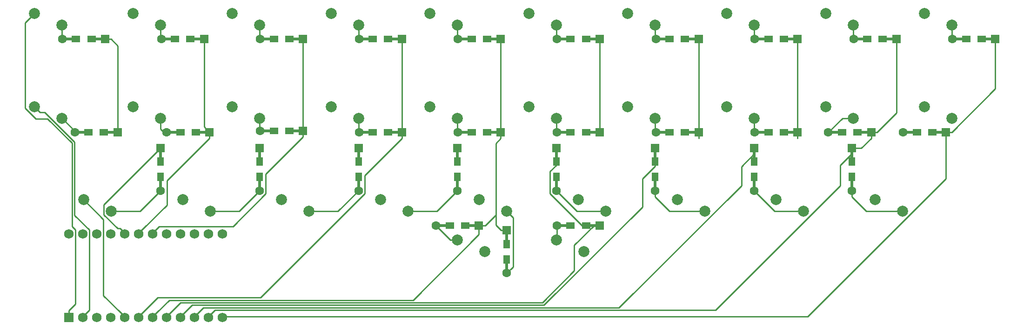
<source format=gbr>
G04 #@! TF.GenerationSoftware,KiCad,Pcbnew,(5.1.4)-1*
G04 #@! TF.CreationDate,2021-07-28T13:43:45-07:00*
G04 #@! TF.ProjectId,pcbtesting,70636274-6573-4746-996e-672e6b696361,rev?*
G04 #@! TF.SameCoordinates,Original*
G04 #@! TF.FileFunction,Copper,L2,Bot*
G04 #@! TF.FilePolarity,Positive*
%FSLAX46Y46*%
G04 Gerber Fmt 4.6, Leading zero omitted, Abs format (unit mm)*
G04 Created by KiCad (PCBNEW (5.1.4)-1) date 2021-07-28 13:43:45*
%MOMM*%
%LPD*%
G04 APERTURE LIST*
%ADD10R,1.752600X1.752600*%
%ADD11C,1.752600*%
%ADD12C,2.000000*%
%ADD13R,1.600000X1.600000*%
%ADD14C,1.600000*%
%ADD15R,2.900000X0.500000*%
%ADD16R,1.600000X1.200000*%
%ADD17R,0.500000X2.900000*%
%ADD18R,1.200000X1.600000*%
%ADD19C,0.254000*%
G04 APERTURE END LIST*
D10*
X24280000Y-81740000D03*
D11*
X26820000Y-81740000D03*
X29360000Y-81740000D03*
X31900000Y-81740000D03*
X34440000Y-81740000D03*
X36980000Y-81740000D03*
X39520000Y-81740000D03*
X42060000Y-81740000D03*
X44600000Y-81740000D03*
X47140000Y-81740000D03*
X49680000Y-81740000D03*
X52220000Y-66500000D03*
X49680000Y-66500000D03*
X47140000Y-66500000D03*
X44600000Y-66500000D03*
X42060000Y-66500000D03*
X39520000Y-66500000D03*
X36980000Y-66500000D03*
X34440000Y-66500000D03*
X31900000Y-66500000D03*
X29360000Y-66500000D03*
X26820000Y-66500000D03*
X52220000Y-81740000D03*
X24280000Y-66500000D03*
D12*
X95000000Y-67600000D03*
X100000000Y-69700000D03*
X140000000Y-62400000D03*
X135000000Y-60300000D03*
X68000000Y-62400000D03*
X63000000Y-60300000D03*
X50000000Y-62400000D03*
X45000000Y-60300000D03*
X23000000Y-45400000D03*
X18000000Y-43300000D03*
X167000000Y-28400000D03*
X162000000Y-26300000D03*
X185000000Y-45400000D03*
X180000000Y-43300000D03*
X185000000Y-28400000D03*
X180000000Y-26300000D03*
X176000000Y-62400000D03*
X171000000Y-60300000D03*
X167000000Y-45400000D03*
X162000000Y-43300000D03*
X158000000Y-62400000D03*
X153000000Y-60300000D03*
X149000000Y-45400000D03*
X144000000Y-43300000D03*
X149000000Y-28400000D03*
X144000000Y-26300000D03*
X131000000Y-45400000D03*
X126000000Y-43300000D03*
X131000000Y-28400000D03*
X126000000Y-26300000D03*
X113000000Y-67600000D03*
X118000000Y-69700000D03*
X122000000Y-62400000D03*
X117000000Y-60300000D03*
X113000000Y-45400000D03*
X108000000Y-43300000D03*
X113000000Y-28400000D03*
X108000000Y-26300000D03*
X104000000Y-62400000D03*
X99000000Y-60300000D03*
X95000000Y-45400000D03*
X90000000Y-43300000D03*
X95000000Y-28400000D03*
X90000000Y-26300000D03*
X86000000Y-62400000D03*
X81000000Y-60300000D03*
X77000000Y-45400000D03*
X72000000Y-43300000D03*
X77000000Y-28400000D03*
X72000000Y-26300000D03*
X59000000Y-45400000D03*
X54000000Y-43300000D03*
X59000000Y-28400000D03*
X54000000Y-26300000D03*
X41000000Y-45400000D03*
X36000000Y-43300000D03*
X41000000Y-28400000D03*
X36000000Y-26300000D03*
X32000000Y-62400000D03*
X27000000Y-60300000D03*
X23000000Y-28400000D03*
X18000000Y-26300000D03*
D13*
X183900000Y-48000000D03*
D14*
X176100000Y-48000000D03*
D15*
X182500000Y-48000000D03*
D16*
X181400000Y-48000000D03*
X178600000Y-48000000D03*
D15*
X177500000Y-48000000D03*
D13*
X192900000Y-31000000D03*
D14*
X185100000Y-31000000D03*
D15*
X191500000Y-31000000D03*
D16*
X190400000Y-31000000D03*
X187600000Y-31000000D03*
D15*
X186500000Y-31000000D03*
D13*
X166750000Y-50850000D03*
D14*
X166750000Y-58650000D03*
D17*
X166750000Y-52250000D03*
D18*
X166750000Y-53350000D03*
X166750000Y-56150000D03*
D17*
X166750000Y-57250000D03*
D13*
X170300000Y-48000000D03*
D14*
X162500000Y-48000000D03*
D15*
X168900000Y-48000000D03*
D16*
X167800000Y-48000000D03*
X165000000Y-48000000D03*
D15*
X163900000Y-48000000D03*
D13*
X174900000Y-31000000D03*
D14*
X167100000Y-31000000D03*
D15*
X173500000Y-31000000D03*
D16*
X172400000Y-31000000D03*
X169600000Y-31000000D03*
D15*
X168500000Y-31000000D03*
D13*
X149000000Y-50850000D03*
D14*
X149000000Y-58650000D03*
D17*
X149000000Y-52250000D03*
D18*
X149000000Y-53350000D03*
X149000000Y-56150000D03*
D17*
X149000000Y-57250000D03*
D13*
X156900000Y-48000000D03*
D14*
X149100000Y-48000000D03*
D15*
X155500000Y-48000000D03*
D16*
X154400000Y-48000000D03*
X151600000Y-48000000D03*
D15*
X150500000Y-48000000D03*
D13*
X156900000Y-31000000D03*
D14*
X149100000Y-31000000D03*
D15*
X155500000Y-31000000D03*
D16*
X154400000Y-31000000D03*
X151600000Y-31000000D03*
D15*
X150500000Y-31000000D03*
D13*
X131000000Y-50850000D03*
D14*
X131000000Y-58650000D03*
D17*
X131000000Y-52250000D03*
D18*
X131000000Y-53350000D03*
X131000000Y-56150000D03*
D17*
X131000000Y-57250000D03*
D13*
X138900000Y-48000000D03*
D14*
X131100000Y-48000000D03*
D15*
X137500000Y-48000000D03*
D16*
X136400000Y-48000000D03*
X133600000Y-48000000D03*
D15*
X132500000Y-48000000D03*
D13*
X138900000Y-31000000D03*
D14*
X131100000Y-31000000D03*
D15*
X137500000Y-31000000D03*
D16*
X136400000Y-31000000D03*
X133600000Y-31000000D03*
D15*
X132500000Y-31000000D03*
D13*
X120900000Y-65000000D03*
D14*
X113100000Y-65000000D03*
D15*
X119500000Y-65000000D03*
D16*
X118400000Y-65000000D03*
X115600000Y-65000000D03*
D15*
X114500000Y-65000000D03*
D13*
X113000000Y-50850000D03*
D14*
X113000000Y-58650000D03*
D17*
X113000000Y-52250000D03*
D18*
X113000000Y-53350000D03*
X113000000Y-56150000D03*
D17*
X113000000Y-57250000D03*
D13*
X120900000Y-48000000D03*
D14*
X113100000Y-48000000D03*
D15*
X119500000Y-48000000D03*
D16*
X118400000Y-48000000D03*
X115600000Y-48000000D03*
D15*
X114500000Y-48000000D03*
D13*
X120900000Y-31000000D03*
D14*
X113100000Y-31000000D03*
D15*
X119500000Y-31000000D03*
D16*
X118400000Y-31000000D03*
X115600000Y-31000000D03*
D15*
X114500000Y-31000000D03*
D13*
X98900000Y-65000000D03*
D14*
X91100000Y-65000000D03*
D15*
X97500000Y-65000000D03*
D16*
X96400000Y-65000000D03*
X93600000Y-65000000D03*
D15*
X92500000Y-65000000D03*
D13*
X104000000Y-65850000D03*
D14*
X104000000Y-73650000D03*
D17*
X104000000Y-67250000D03*
D18*
X104000000Y-68350000D03*
X104000000Y-71150000D03*
D17*
X104000000Y-72250000D03*
D13*
X102900000Y-48000000D03*
D14*
X95100000Y-48000000D03*
D15*
X101500000Y-48000000D03*
D16*
X100400000Y-48000000D03*
X97600000Y-48000000D03*
D15*
X96500000Y-48000000D03*
D13*
X102900000Y-31000000D03*
D14*
X95100000Y-31000000D03*
D15*
X101500000Y-31000000D03*
D16*
X100400000Y-31000000D03*
X97600000Y-31000000D03*
D15*
X96500000Y-31000000D03*
D13*
X95000000Y-50850000D03*
D14*
X95000000Y-58650000D03*
D17*
X95000000Y-52250000D03*
D18*
X95000000Y-53350000D03*
X95000000Y-56150000D03*
D17*
X95000000Y-57250000D03*
D13*
X84900000Y-48000000D03*
D14*
X77100000Y-48000000D03*
D15*
X83500000Y-48000000D03*
D16*
X82400000Y-48000000D03*
X79600000Y-48000000D03*
D15*
X78500000Y-48000000D03*
D13*
X84900000Y-31000000D03*
D14*
X77100000Y-31000000D03*
D15*
X83500000Y-31000000D03*
D16*
X82400000Y-31000000D03*
X79600000Y-31000000D03*
D15*
X78500000Y-31000000D03*
D13*
X77000000Y-50850000D03*
D14*
X77000000Y-58650000D03*
D17*
X77000000Y-52250000D03*
D18*
X77000000Y-53350000D03*
X77000000Y-56150000D03*
D17*
X77000000Y-57250000D03*
D13*
X66900000Y-47750000D03*
D14*
X59100000Y-47750000D03*
D15*
X65500000Y-47750000D03*
D16*
X64400000Y-47750000D03*
X61600000Y-47750000D03*
D15*
X60500000Y-47750000D03*
D13*
X66900000Y-31000000D03*
D14*
X59100000Y-31000000D03*
D15*
X65500000Y-31000000D03*
D16*
X64400000Y-31000000D03*
X61600000Y-31000000D03*
D15*
X60500000Y-31000000D03*
D13*
X59000000Y-50850000D03*
D14*
X59000000Y-58650000D03*
D17*
X59000000Y-52250000D03*
D18*
X59000000Y-53350000D03*
X59000000Y-56150000D03*
D17*
X59000000Y-57250000D03*
D13*
X49900000Y-48000000D03*
D14*
X42100000Y-48000000D03*
D15*
X48500000Y-48000000D03*
D16*
X47400000Y-48000000D03*
X44600000Y-48000000D03*
D15*
X43500000Y-48000000D03*
D13*
X48900000Y-31000000D03*
D14*
X41100000Y-31000000D03*
D15*
X47500000Y-31000000D03*
D16*
X46400000Y-31000000D03*
X43600000Y-31000000D03*
D15*
X42500000Y-31000000D03*
D13*
X41000000Y-50850000D03*
D14*
X41000000Y-58650000D03*
D17*
X41000000Y-52250000D03*
D18*
X41000000Y-53350000D03*
X41000000Y-56150000D03*
D17*
X41000000Y-57250000D03*
D13*
X33150000Y-48000000D03*
D14*
X25350000Y-48000000D03*
D15*
X31750000Y-48000000D03*
D16*
X30650000Y-48000000D03*
X27850000Y-48000000D03*
D15*
X26750000Y-48000000D03*
D13*
X30900000Y-31000000D03*
D14*
X23100000Y-31000000D03*
D15*
X29500000Y-31000000D03*
D16*
X28400000Y-31000000D03*
X25600000Y-31000000D03*
D15*
X24500000Y-31000000D03*
D19*
X31954000Y-31000000D02*
X30900000Y-31000000D01*
X33150000Y-32196000D02*
X31954000Y-31000000D01*
X33150000Y-48000000D02*
X33150000Y-32196000D01*
X41000000Y-50850000D02*
X41000000Y-51904000D01*
X33563701Y-65503701D02*
X34440000Y-66380000D01*
X33139739Y-65503701D02*
X33563701Y-65503701D01*
X30672999Y-63036961D02*
X33139739Y-65503701D01*
X30672999Y-61177001D02*
X30672999Y-63036961D01*
X41000000Y-50850000D02*
X30672999Y-61177001D01*
X24280000Y-80489700D02*
X24280000Y-81620000D01*
X25483301Y-65802415D02*
X25483301Y-79286399D01*
X24857585Y-65176699D02*
X25483301Y-65802415D01*
X24857585Y-49943975D02*
X24857585Y-65176699D01*
X20413610Y-45500000D02*
X24857585Y-49943975D01*
X18236038Y-45500000D02*
X20413610Y-45500000D01*
X16322999Y-43586961D02*
X18236038Y-45500000D01*
X16322999Y-27977001D02*
X16322999Y-43586961D01*
X25483301Y-79286399D02*
X24280000Y-80489700D01*
X18000000Y-26300000D02*
X16322999Y-27977001D01*
X28023301Y-80416699D02*
X27696299Y-80743701D01*
X28023301Y-65802415D02*
X28023301Y-80416699D01*
X25322999Y-63102113D02*
X28023301Y-65802415D01*
X25322999Y-49767322D02*
X25322999Y-63102113D01*
X27696299Y-80743701D02*
X26820000Y-81620000D01*
X19855676Y-44299999D02*
X25322999Y-49767322D01*
X18999999Y-44299999D02*
X19855676Y-44299999D01*
X18000000Y-43300000D02*
X18999999Y-44299999D01*
X33563701Y-80743701D02*
X34440000Y-81620000D01*
X30563301Y-77743301D02*
X33563701Y-80743701D01*
X30563301Y-63863301D02*
X30563301Y-77743301D01*
X27000000Y-60300000D02*
X30563301Y-63863301D01*
X48900000Y-47000000D02*
X49900000Y-48000000D01*
X48900000Y-31000000D02*
X48900000Y-47000000D01*
X37856299Y-65503701D02*
X36980000Y-66380000D01*
X42127001Y-61232999D02*
X37856299Y-65503701D01*
X42127001Y-56826999D02*
X42127001Y-61232999D01*
X49900000Y-49054000D02*
X42127001Y-56826999D01*
X49900000Y-48000000D02*
X49900000Y-49054000D01*
X66900000Y-31000000D02*
X66900000Y-47750000D01*
X40396299Y-65503701D02*
X39520000Y-66380000D01*
X40723301Y-65176699D02*
X40396299Y-65503701D01*
X54141263Y-65176699D02*
X40723301Y-65176699D01*
X60127001Y-59190961D02*
X54141263Y-65176699D01*
X60127001Y-55576999D02*
X60127001Y-59190961D01*
X66900000Y-48804000D02*
X60127001Y-55576999D01*
X66900000Y-47750000D02*
X66900000Y-48804000D01*
X84900000Y-32054000D02*
X84900000Y-48000000D01*
X84900000Y-31000000D02*
X84900000Y-32054000D01*
X37856299Y-80743701D02*
X36980000Y-81620000D01*
X40453351Y-78146649D02*
X37856299Y-80743701D01*
X59171313Y-78146649D02*
X40453351Y-78146649D01*
X78127001Y-59190961D02*
X59171313Y-78146649D01*
X78127001Y-55826999D02*
X78127001Y-59190961D01*
X84900000Y-49054000D02*
X78127001Y-55826999D01*
X84900000Y-48000000D02*
X84900000Y-49054000D01*
X102900000Y-31000000D02*
X102900000Y-48000000D01*
X101972999Y-49981001D02*
X101972999Y-63018999D01*
X102900000Y-49054000D02*
X101972999Y-49981001D01*
X102900000Y-48000000D02*
X102900000Y-49054000D01*
X102946000Y-65850000D02*
X102000000Y-64904000D01*
X104000000Y-65850000D02*
X102946000Y-65850000D01*
X102000000Y-63046000D02*
X101972999Y-63018999D01*
X102000000Y-64904000D02*
X102000000Y-63046000D01*
X100046000Y-65000000D02*
X98900000Y-65000000D01*
X102000000Y-63046000D02*
X100046000Y-65000000D01*
X40396299Y-80743701D02*
X39520000Y-81620000D01*
X42539341Y-78600659D02*
X40396299Y-80743701D01*
X86935379Y-78600659D02*
X42539341Y-78600659D01*
X98900000Y-66636038D02*
X86935379Y-78600659D01*
X98900000Y-65000000D02*
X98900000Y-66636038D01*
X120900000Y-32054000D02*
X120900000Y-48000000D01*
X120900000Y-31000000D02*
X120900000Y-32054000D01*
X113000000Y-53954000D02*
X113000000Y-52250000D01*
X111872999Y-55081001D02*
X113000000Y-53954000D01*
X111872999Y-59190961D02*
X111872999Y-55081001D01*
X117682038Y-65000000D02*
X111872999Y-59190961D01*
X119500000Y-65000000D02*
X117682038Y-65000000D01*
X42936299Y-80743701D02*
X42060000Y-81620000D01*
X44625331Y-79054669D02*
X42936299Y-80743701D01*
X110445293Y-79054669D02*
X44625331Y-79054669D01*
X116250000Y-73249962D02*
X110445293Y-79054669D01*
X116250000Y-68596000D02*
X116250000Y-73249962D01*
X119846000Y-65000000D02*
X116250000Y-68596000D01*
X120900000Y-65000000D02*
X119846000Y-65000000D01*
X23000000Y-30900000D02*
X23100000Y-31000000D01*
X23000000Y-28400000D02*
X23000000Y-30900000D01*
X25350000Y-47750000D02*
X25350000Y-48000000D01*
X23000000Y-45400000D02*
X25350000Y-47750000D01*
X40200001Y-59449999D02*
X41000000Y-58650000D01*
X37250000Y-62400000D02*
X40200001Y-59449999D01*
X32000000Y-62400000D02*
X37250000Y-62400000D01*
X41000000Y-30900000D02*
X41100000Y-31000000D01*
X41000000Y-28400000D02*
X41000000Y-30900000D01*
X41000000Y-47400000D02*
X41600000Y-48000000D01*
X41000000Y-45400000D02*
X41000000Y-47400000D01*
X55250000Y-62400000D02*
X59000000Y-58650000D01*
X50000000Y-62400000D02*
X55250000Y-62400000D01*
X59000000Y-30900000D02*
X59100000Y-31000000D01*
X59000000Y-28400000D02*
X59000000Y-30900000D01*
X59000000Y-47650000D02*
X59100000Y-47750000D01*
X59000000Y-45400000D02*
X59000000Y-47650000D01*
X73250000Y-62400000D02*
X77000000Y-58650000D01*
X68000000Y-62400000D02*
X73250000Y-62400000D01*
X77000000Y-30900000D02*
X77100000Y-31000000D01*
X77000000Y-28400000D02*
X77000000Y-30900000D01*
X77000000Y-47900000D02*
X77100000Y-48000000D01*
X77000000Y-45400000D02*
X77000000Y-47900000D01*
X91250000Y-62400000D02*
X86000000Y-62400000D01*
X95000000Y-58650000D02*
X91250000Y-62400000D01*
X95000000Y-30900000D02*
X95100000Y-31000000D01*
X95000000Y-28400000D02*
X95000000Y-30900000D01*
X95000000Y-47900000D02*
X95100000Y-48000000D01*
X95000000Y-45400000D02*
X95000000Y-47900000D01*
X104799999Y-72850001D02*
X104000000Y-73650000D01*
X105127001Y-72522999D02*
X104799999Y-72850001D01*
X105127001Y-63527001D02*
X105127001Y-72522999D01*
X104000000Y-62400000D02*
X105127001Y-63527001D01*
X95100000Y-67500000D02*
X95000000Y-67600000D01*
X93700000Y-67600000D02*
X95000000Y-67600000D01*
X91100000Y-65000000D02*
X93700000Y-67600000D01*
X113000000Y-30900000D02*
X113100000Y-31000000D01*
X113000000Y-28400000D02*
X113000000Y-30900000D01*
X113000000Y-47900000D02*
X113100000Y-48000000D01*
X113000000Y-45400000D02*
X113000000Y-47900000D01*
X116750000Y-62400000D02*
X122000000Y-62400000D01*
X113000000Y-58650000D02*
X116750000Y-62400000D01*
X113100000Y-67500000D02*
X113000000Y-67600000D01*
X113100000Y-65000000D02*
X113100000Y-67500000D01*
X131000000Y-30900000D02*
X131100000Y-31000000D01*
X131000000Y-28400000D02*
X131000000Y-30900000D01*
X131000000Y-47900000D02*
X131100000Y-48000000D01*
X131000000Y-45400000D02*
X131000000Y-47900000D01*
X138585787Y-62400000D02*
X140000000Y-62400000D01*
X133618630Y-62400000D02*
X138585787Y-62400000D01*
X131000000Y-59781370D02*
X133618630Y-62400000D01*
X131000000Y-58650000D02*
X131000000Y-59781370D01*
X149000000Y-30900000D02*
X149100000Y-31000000D01*
X149000000Y-28400000D02*
X149000000Y-30900000D01*
X149000000Y-47900000D02*
X149100000Y-48000000D01*
X149000000Y-45400000D02*
X149000000Y-47900000D01*
X152750000Y-62400000D02*
X158000000Y-62400000D01*
X149000000Y-58650000D02*
X152750000Y-62400000D01*
X167000000Y-30900000D02*
X167100000Y-31000000D01*
X167000000Y-28400000D02*
X167000000Y-30900000D01*
X165100000Y-45400000D02*
X162500000Y-48000000D01*
X167000000Y-45400000D02*
X165100000Y-45400000D01*
X174585787Y-62400000D02*
X176000000Y-62400000D01*
X169368630Y-62400000D02*
X174585787Y-62400000D01*
X166750000Y-59781370D02*
X169368630Y-62400000D01*
X166750000Y-58650000D02*
X166750000Y-59781370D01*
X185000000Y-30900000D02*
X185100000Y-31000000D01*
X185000000Y-28400000D02*
X185000000Y-30900000D01*
X138900000Y-31000000D02*
X138900000Y-48000000D01*
X138900000Y-49054000D02*
X138900000Y-48000000D01*
X131000000Y-50850000D02*
X131000000Y-51904000D01*
X46711321Y-79508679D02*
X45476299Y-80743701D01*
X110749359Y-79508679D02*
X46711321Y-79508679D01*
X45476299Y-80743701D02*
X44600000Y-81620000D01*
X128677001Y-56484397D02*
X128677001Y-61581037D01*
X131000000Y-54161398D02*
X128677001Y-56484397D01*
X128677001Y-61581037D02*
X110749359Y-79508679D01*
X131000000Y-50850000D02*
X131000000Y-54161398D01*
X156900000Y-31000000D02*
X156900000Y-48000000D01*
X156900000Y-48000000D02*
X156900000Y-49054000D01*
X48797311Y-79962689D02*
X48016299Y-80743701D01*
X48016299Y-80743701D02*
X47140000Y-81620000D01*
X124401273Y-79962689D02*
X48797311Y-79962689D01*
X146677001Y-57686961D02*
X124401273Y-79962689D01*
X146677001Y-54226999D02*
X146677001Y-57686961D01*
X149000000Y-51904000D02*
X146677001Y-54226999D01*
X149000000Y-50850000D02*
X149000000Y-51904000D01*
X171354000Y-48000000D02*
X170300000Y-48000000D01*
X174900000Y-44454000D02*
X171354000Y-48000000D01*
X174900000Y-31000000D02*
X174900000Y-44454000D01*
X167804000Y-50850000D02*
X166750000Y-50850000D01*
X168504000Y-50850000D02*
X167804000Y-50850000D01*
X170300000Y-49054000D02*
X168504000Y-50850000D01*
X170300000Y-48000000D02*
X170300000Y-49054000D01*
X166750000Y-50850000D02*
X166750000Y-51508038D01*
X141947263Y-80416699D02*
X50883301Y-80416699D01*
X164677001Y-57686961D02*
X141947263Y-80416699D01*
X164677001Y-53976999D02*
X164677001Y-57686961D01*
X166750000Y-51904000D02*
X164677001Y-53976999D01*
X50556299Y-80743701D02*
X49680000Y-81620000D01*
X50883301Y-80416699D02*
X50556299Y-80743701D01*
X166750000Y-50850000D02*
X166750000Y-51904000D01*
X184954000Y-48000000D02*
X183900000Y-48000000D01*
X192900000Y-40054000D02*
X184954000Y-48000000D01*
X192900000Y-31000000D02*
X192900000Y-40054000D01*
X53459275Y-81620000D02*
X52220000Y-81620000D01*
X158743962Y-81620000D02*
X53459275Y-81620000D01*
X183900000Y-56463962D02*
X158743962Y-81620000D01*
X183900000Y-48000000D02*
X183900000Y-56463962D01*
M02*

</source>
